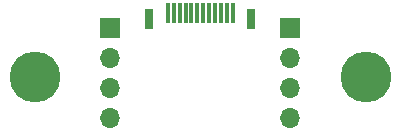
<source format=gbr>
%TF.GenerationSoftware,KiCad,Pcbnew,(6.0.0)*%
%TF.CreationDate,2022-09-18T22:54:42-04:00*%
%TF.ProjectId,SergioPico_USB,53657267-696f-4506-9963-6f5f5553422e,1*%
%TF.SameCoordinates,Original*%
%TF.FileFunction,Soldermask,Bot*%
%TF.FilePolarity,Negative*%
%FSLAX46Y46*%
G04 Gerber Fmt 4.6, Leading zero omitted, Abs format (unit mm)*
G04 Created by KiCad (PCBNEW (6.0.0)) date 2022-09-18 22:54:42*
%MOMM*%
%LPD*%
G01*
G04 APERTURE LIST*
%ADD10R,1.700000X1.700000*%
%ADD11O,1.700000X1.700000*%
%ADD12R,0.300000X1.700000*%
%ADD13R,0.700000X1.700000*%
%ADD14C,4.300000*%
G04 APERTURE END LIST*
D10*
%TO.C,J3*%
X134620000Y-107950000D03*
D11*
X134620000Y-110490000D03*
X134620000Y-113030000D03*
X134620000Y-115570000D03*
%TD*%
D12*
%TO.C,J1*%
X124250000Y-106680000D03*
X124750000Y-106680000D03*
X125250000Y-106680000D03*
X125750000Y-106680000D03*
X126250000Y-106680000D03*
X126750000Y-106680000D03*
X127250000Y-106680000D03*
X127750000Y-106680000D03*
X128250000Y-106680000D03*
X128750000Y-106680000D03*
X129250000Y-106680000D03*
X129750000Y-106680000D03*
D13*
X122680000Y-107230000D03*
X131320000Y-107230000D03*
%TD*%
D14*
%TO.C,H2*%
X141000000Y-112080000D03*
%TD*%
%TO.C,H1*%
X113000000Y-112080000D03*
%TD*%
D10*
%TO.C,J2*%
X119380000Y-107950000D03*
D11*
X119380000Y-110490000D03*
X119380000Y-113030000D03*
X119380000Y-115570000D03*
%TD*%
M02*

</source>
